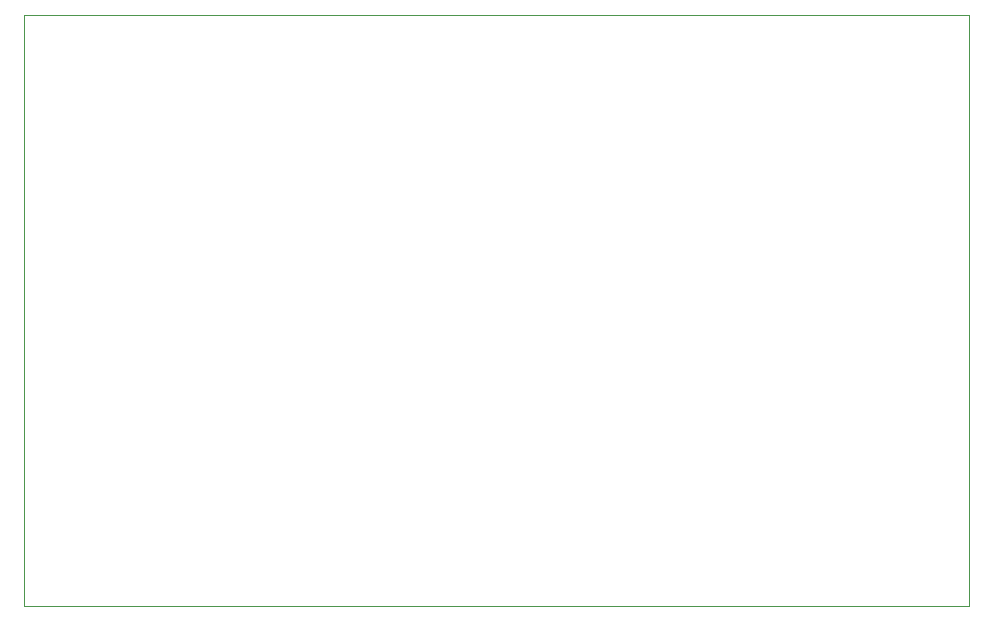
<source format=gbr>
G04 #@! TF.GenerationSoftware,KiCad,Pcbnew,5.1.6-c6e7f7d~87~ubuntu18.04.1*
G04 #@! TF.CreationDate,2020-07-14T12:11:00+09:00*
G04 #@! TF.ProjectId,pcb_main,7063625f-6d61-4696-9e2e-6b696361645f,rev?*
G04 #@! TF.SameCoordinates,PX4339790PY76b1be0*
G04 #@! TF.FileFunction,Profile,NP*
%FSLAX46Y46*%
G04 Gerber Fmt 4.6, Leading zero omitted, Abs format (unit mm)*
G04 Created by KiCad (PCBNEW 5.1.6-c6e7f7d~87~ubuntu18.04.1) date 2020-07-14 12:11:00*
%MOMM*%
%LPD*%
G01*
G04 APERTURE LIST*
G04 #@! TA.AperFunction,Profile*
%ADD10C,0.050000*%
G04 #@! TD*
G04 APERTURE END LIST*
D10*
X0Y50000000D02*
X0Y0D01*
X80000000Y50000000D02*
X0Y50000000D01*
X80000000Y0D02*
X80000000Y50000000D01*
X0Y0D02*
X80000000Y0D01*
M02*

</source>
